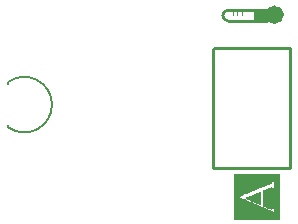
<source format=gto>
%FSLAX23Y23*%
%MOIN*%
G70*
G01*
G75*
%ADD10R,0.118X0.059*%
%ADD11R,0.118X0.039*%
%ADD12R,0.031X0.035*%
%ADD13C,0.010*%
%ADD14O,0.079X0.039*%
%ADD15O,0.079X0.039*%
%ADD16C,0.236*%
%ADD17C,0.039*%
%ADD18C,0.031*%
%ADD19C,0.008*%
%ADD20C,0.000*%
%ADD21C,0.004*%
%ADD22R,0.050X0.045*%
D13*
X1065Y730D02*
G03*
X1065Y695I0J-18D01*
G01*
Y695D02*
X1150D01*
X1065Y730D02*
X1150D01*
X1015Y205D02*
X1270D01*
X1015D02*
Y600D01*
X1020Y605D01*
X1270D01*
Y205D02*
Y605D01*
D18*
X1236Y715D02*
G03*
X1236Y715I-16J0D01*
G01*
D19*
X332Y339D02*
G03*
X332Y491I53J76D01*
G01*
X332Y339D02*
Y346D01*
X332Y484D02*
Y491D01*
D20*
X1235Y35D02*
Y185D01*
X1235Y35D02*
Y185D01*
X1235Y35D02*
Y185D01*
X1235Y35D02*
Y185D01*
X1234Y35D02*
Y185D01*
X1234Y35D02*
Y185D01*
X1234Y35D02*
Y185D01*
X1233Y35D02*
Y185D01*
X1233Y35D02*
Y185D01*
X1233Y35D02*
Y185D01*
X1232Y35D02*
Y185D01*
X1232Y35D02*
Y185D01*
X1232Y35D02*
Y185D01*
X1232Y35D02*
Y185D01*
X1231Y35D02*
Y185D01*
X1231Y35D02*
Y185D01*
X1231Y35D02*
Y185D01*
X1230Y35D02*
Y185D01*
X1230Y35D02*
Y185D01*
X1230Y35D02*
Y185D01*
X1229Y35D02*
Y185D01*
X1229Y35D02*
Y185D01*
X1229Y35D02*
Y185D01*
X1229Y35D02*
Y185D01*
X1228Y35D02*
Y185D01*
X1228Y35D02*
Y185D01*
X1228Y35D02*
Y185D01*
X1227Y35D02*
Y185D01*
X1227Y35D02*
Y185D01*
X1227Y35D02*
Y185D01*
X1226Y35D02*
Y185D01*
X1226Y35D02*
Y185D01*
X1226Y35D02*
Y185D01*
X1225Y35D02*
Y185D01*
X1225Y35D02*
Y185D01*
X1225Y35D02*
Y185D01*
X1225Y35D02*
Y185D01*
X1224Y35D02*
Y185D01*
X1224Y35D02*
Y185D01*
X1224Y35D02*
Y185D01*
X1223Y35D02*
Y185D01*
X1223Y35D02*
Y185D01*
X1223Y35D02*
Y185D01*
X1222Y35D02*
Y185D01*
X1222Y35D02*
Y185D01*
X1222Y35D02*
Y185D01*
X1222Y35D02*
Y185D01*
X1221Y35D02*
Y185D01*
X1221Y35D02*
Y185D01*
X1221Y35D02*
Y185D01*
X1220Y35D02*
Y185D01*
X1220Y35D02*
Y185D01*
X1220Y35D02*
Y185D01*
X1219Y35D02*
Y185D01*
X1219Y35D02*
Y185D01*
X1219Y35D02*
Y185D01*
X1219Y172D02*
Y185D01*
Y83D02*
Y171D01*
Y48D02*
Y81D01*
Y35D02*
Y46D01*
X1218Y172D02*
Y185D01*
Y83D02*
Y171D01*
Y48D02*
Y81D01*
Y35D02*
Y46D01*
X1218Y171D02*
Y185D01*
Y83D02*
Y125D01*
Y35D02*
Y46D01*
X1218Y171D02*
Y185D01*
Y83D02*
Y125D01*
Y35D02*
Y46D01*
X1217Y173D02*
Y185D01*
Y83D02*
Y125D01*
Y35D02*
Y46D01*
X1217Y173D02*
Y185D01*
Y83D02*
Y125D01*
Y35D02*
Y46D01*
X1217Y172D02*
Y185D01*
Y170D02*
Y171D01*
Y82D02*
Y125D01*
Y35D02*
Y47D01*
X1217Y172D02*
Y185D01*
Y170D02*
Y171D01*
Y82D02*
Y125D01*
Y35D02*
Y47D01*
X1216Y171D02*
Y185D01*
Y170D02*
Y171D01*
Y83D02*
Y125D01*
Y35D02*
Y46D01*
X1216Y169D02*
Y185D01*
Y78D02*
Y131D01*
Y35D02*
Y49D01*
X1216Y169D02*
Y185D01*
Y78D02*
Y131D01*
Y35D02*
Y49D01*
X1215Y165D02*
Y185D01*
Y75D02*
Y132D01*
Y35D02*
Y51D01*
X1215Y165D02*
Y185D01*
Y75D02*
Y132D01*
Y35D02*
Y51D01*
X1215Y164D02*
Y185D01*
Y73D02*
Y134D01*
Y35D02*
Y52D01*
X1214Y164D02*
Y185D01*
Y73D02*
Y134D01*
Y35D02*
Y52D01*
X1214Y164D02*
Y185D01*
Y72D02*
Y134D01*
Y35D02*
Y54D01*
X1214Y164D02*
Y185D01*
Y72D02*
Y134D01*
Y35D02*
Y54D01*
X1214Y162D02*
Y185D01*
Y72D02*
Y135D01*
Y35D02*
Y54D01*
X1213Y162D02*
Y185D01*
Y72D02*
Y135D01*
Y35D02*
Y54D01*
X1213Y162D02*
Y185D01*
Y71D02*
Y137D01*
Y35D02*
Y56D01*
X1213Y162D02*
Y185D01*
Y71D02*
Y137D01*
Y35D02*
Y56D01*
X1212Y161D02*
Y185D01*
Y70D02*
Y136D01*
Y35D02*
Y56D01*
X1212Y161D02*
Y185D01*
Y70D02*
Y136D01*
Y35D02*
Y56D01*
X1212Y160D02*
Y185D01*
Y70D02*
Y137D01*
Y35D02*
Y56D01*
X1211Y160D02*
Y185D01*
Y70D02*
Y138D01*
Y35D02*
Y58D01*
X1211Y160D02*
Y185D01*
Y70D02*
Y138D01*
Y35D02*
Y58D01*
X1211Y159D02*
Y185D01*
Y69D02*
Y137D01*
Y35D02*
Y58D01*
X1211Y159D02*
Y185D01*
Y69D02*
Y137D01*
Y35D02*
Y58D01*
X1210Y159D02*
Y185D01*
Y69D02*
Y137D01*
Y35D02*
Y59D01*
X1210Y159D02*
Y185D01*
Y69D02*
Y137D01*
Y35D02*
Y59D01*
X1210Y159D02*
Y185D01*
Y70D02*
Y137D01*
Y35D02*
Y58D01*
X1209Y159D02*
Y185D01*
Y70D02*
Y137D01*
Y35D02*
Y58D01*
X1209Y159D02*
Y185D01*
Y69D02*
Y137D01*
Y35D02*
Y59D01*
X1209Y159D02*
Y185D01*
Y69D02*
Y137D01*
Y35D02*
Y59D01*
X1208Y157D02*
Y185D01*
Y68D02*
Y137D01*
Y35D02*
Y59D01*
X1208Y157D02*
Y185D01*
Y68D02*
Y137D01*
Y35D02*
Y59D01*
X1208Y158D02*
Y185D01*
Y69D02*
Y138D01*
Y35D02*
Y59D01*
X1207Y158D02*
Y185D01*
Y69D02*
Y138D01*
Y35D02*
Y59D01*
X1207Y157D02*
Y185D01*
Y70D02*
Y137D01*
Y35D02*
Y60D01*
X1207Y156D02*
Y185D01*
Y69D02*
Y139D01*
Y35D02*
Y60D01*
X1207Y156D02*
Y185D01*
Y69D02*
Y139D01*
Y35D02*
Y60D01*
X1206Y155D02*
Y185D01*
Y70D02*
Y137D01*
Y35D02*
Y61D01*
X1206Y155D02*
Y185D01*
Y70D02*
Y137D01*
Y35D02*
Y61D01*
X1206Y156D02*
Y185D01*
Y69D02*
Y138D01*
Y35D02*
Y60D01*
X1205Y156D02*
Y185D01*
Y69D02*
Y138D01*
Y35D02*
Y60D01*
X1205Y155D02*
Y185D01*
Y69D02*
Y137D01*
Y35D02*
Y61D01*
X1205Y155D02*
Y185D01*
Y69D02*
Y137D01*
Y35D02*
Y61D01*
X1204Y156D02*
Y185D01*
Y70D02*
Y137D01*
Y35D02*
Y62D01*
X1204Y156D02*
Y185D01*
Y70D02*
Y137D01*
Y35D02*
Y62D01*
X1204Y156D02*
Y185D01*
Y70D02*
Y137D01*
Y35D02*
Y61D01*
X1204Y156D02*
Y185D01*
Y70D02*
Y137D01*
Y35D02*
Y61D01*
X1203Y155D02*
Y185D01*
Y70D02*
Y137D01*
Y35D02*
Y63D01*
X1203Y155D02*
Y185D01*
Y70D02*
Y137D01*
Y35D02*
Y63D01*
X1203Y155D02*
Y185D01*
Y69D02*
Y136D01*
Y35D02*
Y63D01*
X1202Y155D02*
Y185D01*
Y70D02*
Y137D01*
Y35D02*
Y62D01*
X1202Y155D02*
Y185D01*
Y70D02*
Y137D01*
Y35D02*
Y62D01*
X1202Y154D02*
Y185D01*
Y70D02*
Y136D01*
Y35D02*
Y63D01*
X1202Y154D02*
Y185D01*
Y70D02*
Y136D01*
Y35D02*
Y63D01*
X1201Y152D02*
Y185D01*
Y72D02*
Y135D01*
Y35D02*
Y63D01*
X1201Y152D02*
Y185D01*
Y72D02*
Y135D01*
Y35D02*
Y63D01*
X1201Y154D02*
Y185D01*
Y71D02*
Y137D01*
Y35D02*
Y63D01*
X1200Y154D02*
Y185D01*
Y71D02*
Y137D01*
Y35D02*
Y63D01*
X1200Y154D02*
Y185D01*
Y71D02*
Y136D01*
Y35D02*
Y64D01*
X1200Y154D02*
Y185D01*
Y71D02*
Y136D01*
Y35D02*
Y64D01*
X1199Y154D02*
Y185D01*
Y72D02*
Y135D01*
Y35D02*
Y64D01*
X1199Y154D02*
Y185D01*
Y72D02*
Y135D01*
Y35D02*
Y64D01*
X1199Y153D02*
Y185D01*
Y72D02*
Y136D01*
Y35D02*
Y65D01*
X1199Y153D02*
Y185D01*
Y72D02*
Y134D01*
Y35D02*
Y64D01*
X1198Y153D02*
Y185D01*
Y72D02*
Y134D01*
Y35D02*
Y64D01*
X1198Y152D02*
Y185D01*
Y72D02*
Y134D01*
Y35D02*
Y65D01*
X1198Y152D02*
Y185D01*
Y72D02*
Y134D01*
Y35D02*
Y65D01*
X1197Y152D02*
Y185D01*
Y72D02*
Y134D01*
Y35D02*
Y64D01*
X1197Y152D02*
Y185D01*
Y72D02*
Y134D01*
Y35D02*
Y64D01*
X1197Y151D02*
Y185D01*
Y72D02*
Y134D01*
Y35D02*
Y64D01*
X1196Y151D02*
Y185D01*
Y72D02*
Y134D01*
Y35D02*
Y64D01*
X1196Y152D02*
Y185D01*
Y73D02*
Y134D01*
Y35D02*
Y65D01*
X1196Y152D02*
Y185D01*
Y73D02*
Y134D01*
Y35D02*
Y65D01*
X1196Y152D02*
Y185D01*
Y72D02*
Y134D01*
Y35D02*
Y65D01*
X1195Y152D02*
Y185D01*
Y72D02*
Y134D01*
Y35D02*
Y65D01*
X1195Y151D02*
Y185D01*
Y74D02*
Y134D01*
Y35D02*
Y67D01*
X1195Y151D02*
Y185D01*
Y74D02*
Y134D01*
Y35D02*
Y67D01*
X1194Y151D02*
Y185D01*
Y73D02*
Y133D01*
Y35D02*
Y65D01*
X1194Y150D02*
Y185D01*
Y74D02*
Y133D01*
Y35D02*
Y66D01*
X1194Y150D02*
Y185D01*
Y74D02*
Y133D01*
Y35D02*
Y66D01*
X1193Y151D02*
Y185D01*
Y73D02*
Y134D01*
Y35D02*
Y67D01*
X1193Y151D02*
Y185D01*
Y73D02*
Y134D01*
Y35D02*
Y67D01*
X1193Y150D02*
Y185D01*
Y74D02*
Y132D01*
Y35D02*
Y68D01*
X1192Y150D02*
Y185D01*
Y74D02*
Y132D01*
Y35D02*
Y68D01*
X1192Y150D02*
Y185D01*
Y74D02*
Y133D01*
Y35D02*
Y67D01*
X1192Y150D02*
Y185D01*
Y74D02*
Y133D01*
Y35D02*
Y67D01*
X1192Y148D02*
Y185D01*
Y75D02*
Y132D01*
Y35D02*
Y67D01*
X1191Y148D02*
Y185D01*
Y75D02*
Y132D01*
Y35D02*
Y67D01*
X1191Y150D02*
Y185D01*
Y75D02*
Y132D01*
Y35D02*
Y67D01*
X1191Y150D02*
Y185D01*
Y75D02*
Y132D01*
Y35D02*
Y67D01*
X1190Y148D02*
Y185D01*
Y75D02*
Y132D01*
Y35D02*
Y68D01*
X1190Y148D02*
Y185D01*
Y75D02*
Y132D01*
Y35D02*
Y68D01*
X1190Y149D02*
Y185D01*
Y76D02*
Y132D01*
Y35D02*
Y68D01*
X1189Y149D02*
Y185D01*
Y76D02*
Y132D01*
Y35D02*
Y70D01*
X1189Y149D02*
Y185D01*
Y76D02*
Y132D01*
Y35D02*
Y70D01*
X1189Y148D02*
Y185D01*
Y77D02*
Y131D01*
Y35D02*
Y68D01*
X1189Y148D02*
Y185D01*
Y77D02*
Y131D01*
Y35D02*
Y68D01*
X1188Y147D02*
Y185D01*
Y76D02*
Y130D01*
Y35D02*
Y68D01*
X1188Y147D02*
Y185D01*
Y76D02*
Y130D01*
Y35D02*
Y68D01*
X1188Y148D02*
Y185D01*
Y77D02*
Y130D01*
Y35D02*
Y68D01*
X1187Y148D02*
Y185D01*
Y77D02*
Y130D01*
Y35D02*
Y68D01*
X1187Y148D02*
Y185D01*
Y76D02*
Y130D01*
Y35D02*
Y69D01*
X1187Y148D02*
Y185D01*
Y76D02*
Y130D01*
Y35D02*
Y69D01*
X1186Y148D02*
Y185D01*
Y77D02*
Y130D01*
Y35D02*
Y69D01*
X1186Y148D02*
Y185D01*
Y77D02*
Y130D01*
Y35D02*
Y69D01*
X1186Y147D02*
Y185D01*
Y77D02*
Y130D01*
Y35D02*
Y72D01*
X1186Y147D02*
Y185D01*
Y77D02*
Y130D01*
Y35D02*
Y72D01*
X1185Y147D02*
Y185D01*
Y78D02*
Y130D01*
Y35D02*
Y69D01*
X1185Y145D02*
Y185D01*
Y78D02*
Y129D01*
Y35D02*
Y69D01*
X1185Y145D02*
Y185D01*
Y78D02*
Y129D01*
Y35D02*
Y69D01*
X1184Y147D02*
Y185D01*
Y78D02*
Y130D01*
Y35D02*
Y70D01*
X1184Y147D02*
Y185D01*
Y78D02*
Y130D01*
Y35D02*
Y70D01*
X1184Y147D02*
Y185D01*
Y79D02*
Y129D01*
Y35D02*
Y71D01*
X1184Y147D02*
Y185D01*
Y79D02*
Y129D01*
Y35D02*
Y71D01*
X1183Y147D02*
Y185D01*
Y78D02*
Y128D01*
Y35D02*
Y70D01*
X1183Y147D02*
Y185D01*
Y78D02*
Y128D01*
Y35D02*
Y70D01*
X1183Y146D02*
Y185D01*
Y79D02*
Y128D01*
Y35D02*
Y71D01*
X1182Y146D02*
Y185D01*
Y79D02*
Y128D01*
Y35D02*
Y71D01*
X1182Y146D02*
Y185D01*
Y128D02*
Y130D01*
Y78D02*
Y128D01*
Y35D02*
Y71D01*
X1182Y146D02*
Y185D01*
Y128D02*
Y130D01*
Y78D02*
Y128D01*
Y35D02*
Y71D01*
X1181Y143D02*
Y185D01*
Y79D02*
Y128D01*
Y35D02*
Y71D01*
X1181Y146D02*
Y185D01*
Y80D02*
Y129D01*
Y35D02*
Y72D01*
X1181Y146D02*
Y185D01*
Y80D02*
Y129D01*
Y35D02*
Y72D01*
X1181Y146D02*
Y185D01*
Y79D02*
Y128D01*
Y35D02*
Y72D01*
X1180Y146D02*
Y185D01*
Y79D02*
Y128D01*
Y35D02*
Y72D01*
X1180Y145D02*
Y185D01*
Y80D02*
Y128D01*
Y35D02*
Y74D01*
X1180Y145D02*
Y185D01*
Y80D02*
Y128D01*
Y35D02*
Y74D01*
X1179Y145D02*
Y185D01*
Y35D02*
Y72D01*
X1179Y145D02*
Y185D01*
Y35D02*
Y72D01*
X1179Y145D02*
Y185D01*
Y35D02*
Y74D01*
X1178Y145D02*
Y185D01*
Y35D02*
Y74D01*
X1178Y144D02*
Y185D01*
Y35D02*
Y72D01*
X1178Y144D02*
Y185D01*
Y35D02*
Y72D01*
X1178Y144D02*
Y185D01*
Y35D02*
Y74D01*
X1177Y144D02*
Y185D01*
Y35D02*
Y74D01*
X1177Y143D02*
Y185D01*
Y35D02*
Y74D01*
X1177Y144D02*
Y185D01*
Y35D02*
Y73D01*
X1176Y144D02*
Y185D01*
Y35D02*
Y73D01*
X1176Y143D02*
Y185D01*
Y35D02*
Y75D01*
X1176Y143D02*
Y185D01*
Y35D02*
Y75D01*
X1175Y143D02*
Y185D01*
Y35D02*
Y74D01*
X1175Y143D02*
Y185D01*
Y35D02*
Y74D01*
X1175Y142D02*
Y185D01*
Y35D02*
Y75D01*
X1174Y142D02*
Y185D01*
Y35D02*
Y75D01*
X1174Y143D02*
Y185D01*
Y35D02*
Y74D01*
X1174Y143D02*
Y185D01*
Y35D02*
Y74D01*
X1174Y143D02*
Y185D01*
Y35D02*
Y75D01*
X1173Y143D02*
Y185D01*
Y35D02*
Y75D01*
X1173Y142D02*
Y185D01*
Y35D02*
Y75D01*
X1173Y142D02*
Y185D01*
Y35D02*
Y75D01*
X1172Y142D02*
Y185D01*
Y35D02*
Y76D01*
X1172Y142D02*
Y185D01*
Y35D02*
Y75D01*
X1172Y142D02*
Y185D01*
Y35D02*
Y75D01*
X1171Y142D02*
Y185D01*
Y35D02*
Y75D01*
X1171Y142D02*
Y185D01*
Y35D02*
Y75D01*
X1171Y141D02*
Y185D01*
Y84D02*
Y124D01*
Y35D02*
Y76D01*
X1171Y141D02*
Y185D01*
Y84D02*
Y124D01*
Y35D02*
Y76D01*
X1170Y141D02*
Y185D01*
Y84D02*
Y123D01*
Y35D02*
Y77D01*
X1170Y141D02*
Y185D01*
Y84D02*
Y123D01*
Y35D02*
Y77D01*
X1170Y141D02*
Y185D01*
Y84D02*
Y123D01*
Y35D02*
Y76D01*
X1169Y141D02*
Y185D01*
Y84D02*
Y123D01*
Y35D02*
Y76D01*
X1169Y141D02*
Y185D01*
Y84D02*
Y123D01*
Y35D02*
Y77D01*
X1169Y141D02*
Y185D01*
Y84D02*
Y123D01*
Y35D02*
Y77D01*
X1168Y141D02*
Y185D01*
Y85D02*
Y123D01*
Y35D02*
Y77D01*
X1168Y141D02*
Y185D01*
Y85D02*
Y123D01*
Y35D02*
Y77D01*
X1168Y140D02*
Y185D01*
Y85D02*
Y123D01*
Y35D02*
Y77D01*
X1168Y139D02*
Y185D01*
Y86D02*
Y122D01*
Y35D02*
Y78D01*
X1167Y139D02*
Y185D01*
Y86D02*
Y122D01*
Y35D02*
Y78D01*
X1167Y139D02*
Y185D01*
Y85D02*
Y121D01*
Y35D02*
Y78D01*
X1167Y139D02*
Y185D01*
Y85D02*
Y121D01*
Y35D02*
Y78D01*
X1166Y139D02*
Y185D01*
Y86D02*
Y122D01*
Y35D02*
Y78D01*
X1166Y139D02*
Y185D01*
Y86D02*
Y122D01*
Y35D02*
Y78D01*
X1166Y139D02*
Y185D01*
Y85D02*
Y121D01*
Y35D02*
Y78D01*
X1166Y139D02*
Y185D01*
Y85D02*
Y121D01*
Y35D02*
Y78D01*
X1165Y138D02*
Y185D01*
Y86D02*
Y121D01*
Y35D02*
Y78D01*
X1165Y138D02*
Y185D01*
Y86D02*
Y121D01*
Y35D02*
Y78D01*
X1165Y139D02*
Y185D01*
Y87D02*
Y122D01*
Y35D02*
Y80D01*
X1164Y139D02*
Y185D01*
Y87D02*
Y122D01*
Y35D02*
Y80D01*
X1164Y139D02*
Y185D01*
Y87D02*
Y121D01*
Y35D02*
Y79D01*
X1164Y138D02*
Y185D01*
Y86D02*
Y120D01*
Y35D02*
Y80D01*
X1163Y138D02*
Y185D01*
Y86D02*
Y120D01*
Y35D02*
Y80D01*
X1163Y139D02*
Y185D01*
Y87D02*
Y121D01*
Y35D02*
Y79D01*
X1163Y139D02*
Y185D01*
Y87D02*
Y121D01*
Y35D02*
Y79D01*
X1163Y138D02*
Y185D01*
Y88D02*
Y120D01*
Y35D02*
Y81D01*
X1162Y138D02*
Y185D01*
Y88D02*
Y120D01*
Y35D02*
Y81D01*
X1162Y138D02*
Y185D01*
Y87D02*
Y120D01*
Y35D02*
Y79D01*
X1162Y138D02*
Y185D01*
Y87D02*
Y120D01*
Y35D02*
Y79D01*
X1161Y137D02*
Y185D01*
Y87D02*
Y119D01*
Y35D02*
Y80D01*
X1161Y137D02*
Y185D01*
Y87D02*
Y119D01*
Y35D02*
Y80D01*
X1161Y137D02*
Y185D01*
Y88D02*
Y119D01*
Y35D02*
Y81D01*
X1160Y137D02*
Y185D01*
Y88D02*
Y119D01*
Y35D02*
Y81D01*
X1160Y137D02*
Y185D01*
Y87D02*
Y119D01*
Y35D02*
Y82D01*
X1160Y137D02*
Y185D01*
Y87D02*
Y119D01*
Y35D02*
Y82D01*
X1160Y136D02*
Y185D01*
Y89D02*
Y119D01*
Y35D02*
Y81D01*
X1159Y137D02*
Y185D01*
Y87D02*
Y119D01*
Y35D02*
Y81D01*
X1159Y137D02*
Y185D01*
Y87D02*
Y119D01*
Y35D02*
Y81D01*
X1159Y135D02*
Y185D01*
Y89D02*
Y118D01*
Y35D02*
Y82D01*
X1158Y135D02*
Y185D01*
Y89D02*
Y118D01*
Y35D02*
Y82D01*
X1158Y135D02*
Y185D01*
Y90D02*
Y118D01*
Y35D02*
Y81D01*
X1158Y135D02*
Y185D01*
Y90D02*
Y118D01*
Y35D02*
Y81D01*
X1157Y136D02*
Y185D01*
Y90D02*
Y117D01*
Y35D02*
Y82D01*
X1157Y136D02*
Y185D01*
Y90D02*
Y117D01*
Y35D02*
Y82D01*
X1157Y135D02*
Y185D01*
Y90D02*
Y117D01*
Y35D02*
Y83D01*
X1156Y135D02*
Y185D01*
Y90D02*
Y117D01*
Y35D02*
Y83D01*
X1156Y135D02*
Y185D01*
Y90D02*
Y117D01*
Y35D02*
Y82D01*
X1156Y135D02*
Y185D01*
Y90D02*
Y117D01*
Y35D02*
Y82D01*
X1156Y135D02*
Y185D01*
Y90D02*
Y117D01*
Y35D02*
Y83D01*
X1155Y135D02*
Y185D01*
Y90D02*
Y117D01*
Y35D02*
Y83D01*
X1155Y134D02*
Y185D01*
Y91D02*
Y117D01*
Y35D02*
Y82D01*
X1155Y134D02*
Y185D01*
Y90D02*
Y117D01*
Y35D02*
Y83D01*
X1154Y134D02*
Y185D01*
Y90D02*
Y117D01*
Y35D02*
Y83D01*
X1154Y134D02*
Y185D01*
Y91D02*
Y117D01*
Y35D02*
Y83D01*
X1154Y134D02*
Y185D01*
Y91D02*
Y117D01*
Y35D02*
Y83D01*
X1153Y134D02*
Y185D01*
Y91D02*
Y116D01*
Y35D02*
Y83D01*
X1153Y134D02*
Y185D01*
Y91D02*
Y116D01*
Y35D02*
Y83D01*
X1153Y133D02*
Y185D01*
Y90D02*
Y117D01*
Y35D02*
Y84D01*
X1153Y133D02*
Y185D01*
Y90D02*
Y117D01*
Y35D02*
Y84D01*
X1152Y134D02*
Y185D01*
Y92D02*
Y116D01*
Y35D02*
Y84D01*
X1152Y134D02*
Y185D01*
Y92D02*
Y116D01*
Y35D02*
Y84D01*
X1152Y133D02*
Y185D01*
Y92D02*
Y117D01*
Y35D02*
Y85D01*
X1151Y133D02*
Y185D01*
Y92D02*
Y117D01*
Y35D02*
Y85D01*
X1151Y132D02*
Y185D01*
Y93D02*
Y115D01*
Y35D02*
Y84D01*
X1151Y133D02*
Y185D01*
Y93D02*
Y115D01*
Y35D02*
Y85D01*
X1151Y133D02*
Y185D01*
Y93D02*
Y115D01*
Y35D02*
Y85D01*
X1150Y132D02*
Y185D01*
Y93D02*
Y115D01*
Y35D02*
Y84D01*
X1150Y132D02*
Y185D01*
Y93D02*
Y115D01*
Y35D02*
Y84D01*
X1150Y133D02*
Y185D01*
Y94D02*
Y114D01*
Y35D02*
Y85D01*
X1149Y133D02*
Y185D01*
Y94D02*
Y114D01*
Y35D02*
Y85D01*
X1149Y132D02*
Y185D01*
Y93D02*
Y115D01*
Y35D02*
Y86D01*
X1149Y132D02*
Y185D01*
Y93D02*
Y115D01*
Y35D02*
Y86D01*
X1148Y130D02*
Y185D01*
Y94D02*
Y115D01*
Y35D02*
Y86D01*
X1148Y130D02*
Y185D01*
Y94D02*
Y115D01*
Y35D02*
Y86D01*
X1148Y132D02*
Y185D01*
Y94D02*
Y114D01*
Y35D02*
Y86D01*
X1148Y132D02*
Y185D01*
Y94D02*
Y114D01*
Y35D02*
Y86D01*
X1147Y132D02*
Y185D01*
Y95D02*
Y114D01*
Y35D02*
Y86D01*
X1147Y132D02*
Y185D01*
Y95D02*
Y114D01*
Y35D02*
Y86D01*
X1147Y131D02*
Y185D01*
Y94D02*
Y113D01*
Y35D02*
Y87D01*
X1146Y130D02*
Y185D01*
Y94D02*
Y113D01*
Y35D02*
Y86D01*
X1146Y130D02*
Y185D01*
Y94D02*
Y113D01*
Y35D02*
Y86D01*
X1146Y131D02*
Y185D01*
Y95D02*
Y113D01*
Y35D02*
Y87D01*
X1145Y131D02*
Y185D01*
Y95D02*
Y113D01*
Y35D02*
Y87D01*
X1145Y130D02*
Y185D01*
Y95D02*
Y112D01*
Y35D02*
Y87D01*
X1145Y130D02*
Y185D01*
Y95D02*
Y112D01*
Y35D02*
Y87D01*
X1145Y129D02*
Y185D01*
Y95D02*
Y113D01*
Y35D02*
Y87D01*
X1144Y129D02*
Y185D01*
Y95D02*
Y113D01*
Y35D02*
Y87D01*
X1144Y130D02*
Y185D01*
Y95D02*
Y112D01*
Y35D02*
Y89D01*
X1144Y130D02*
Y185D01*
Y95D02*
Y112D01*
Y35D02*
Y89D01*
X1143Y130D02*
Y185D01*
Y96D02*
Y112D01*
Y35D02*
Y87D01*
X1143Y130D02*
Y185D01*
Y96D02*
Y112D01*
Y35D02*
Y87D01*
X1143Y130D02*
Y185D01*
Y95D02*
Y112D01*
Y35D02*
Y88D01*
X1142Y130D02*
Y185D01*
Y95D02*
Y112D01*
Y35D02*
Y88D01*
X1142Y130D02*
Y185D01*
Y96D02*
Y112D01*
Y35D02*
Y88D01*
X1142Y130D02*
Y185D01*
Y96D02*
Y112D01*
Y35D02*
Y90D01*
X1141Y130D02*
Y185D01*
Y96D02*
Y112D01*
Y35D02*
Y90D01*
X1141Y129D02*
Y185D01*
Y97D02*
Y112D01*
Y35D02*
Y88D01*
X1141Y129D02*
Y185D01*
Y97D02*
Y112D01*
Y35D02*
Y88D01*
X1141Y128D02*
Y185D01*
Y96D02*
Y111D01*
Y35D02*
Y90D01*
X1140Y128D02*
Y185D01*
Y96D02*
Y111D01*
Y35D02*
Y90D01*
X1140Y128D02*
Y185D01*
Y97D02*
Y110D01*
Y35D02*
Y90D01*
X1140Y128D02*
Y185D01*
Y97D02*
Y110D01*
Y35D02*
Y90D01*
X1139Y128D02*
Y185D01*
Y97D02*
Y110D01*
Y35D02*
Y90D01*
X1139Y128D02*
Y185D01*
Y97D02*
Y110D01*
Y35D02*
Y90D01*
X1139Y128D02*
Y185D01*
Y98D02*
Y111D01*
Y35D02*
Y90D01*
X1138Y128D02*
Y185D01*
Y98D02*
Y111D01*
Y35D02*
Y90D01*
X1138Y128D02*
Y185D01*
Y98D02*
Y110D01*
Y35D02*
Y90D01*
X1138Y128D02*
Y185D01*
Y98D02*
Y110D01*
Y35D02*
Y90D01*
X1138Y126D02*
Y185D01*
Y99D02*
Y110D01*
Y35D02*
Y90D01*
X1137Y127D02*
Y185D01*
Y98D02*
Y109D01*
Y35D02*
Y90D01*
X1137Y127D02*
Y185D01*
Y98D02*
Y109D01*
Y35D02*
Y90D01*
X1137Y126D02*
Y185D01*
Y99D02*
Y110D01*
Y35D02*
Y90D01*
X1136Y126D02*
Y185D01*
Y99D02*
Y110D01*
Y35D02*
Y90D01*
X1136Y126D02*
Y185D01*
Y99D02*
Y109D01*
Y35D02*
Y91D01*
X1136Y126D02*
Y185D01*
Y99D02*
Y109D01*
Y35D02*
Y91D01*
X1135Y126D02*
Y185D01*
Y99D02*
Y109D01*
Y35D02*
Y91D01*
X1135Y126D02*
Y185D01*
Y99D02*
Y109D01*
Y35D02*
Y91D01*
X1135Y126D02*
Y185D01*
Y99D02*
Y108D01*
Y35D02*
Y92D01*
X1135Y126D02*
Y185D01*
Y99D02*
Y108D01*
Y35D02*
Y92D01*
X1134Y125D02*
Y185D01*
Y100D02*
Y108D01*
Y35D02*
Y91D01*
X1134Y125D02*
Y185D01*
Y100D02*
Y108D01*
Y35D02*
Y91D01*
X1134Y126D02*
Y185D01*
Y100D02*
Y108D01*
Y35D02*
Y92D01*
X1133Y126D02*
Y185D01*
Y100D02*
Y108D01*
Y35D02*
Y92D01*
X1133Y126D02*
Y185D01*
Y100D02*
Y108D01*
Y35D02*
Y92D01*
X1133Y125D02*
Y185D01*
Y100D02*
Y108D01*
Y35D02*
Y92D01*
X1133Y125D02*
Y185D01*
Y100D02*
Y108D01*
Y35D02*
Y92D01*
X1132Y125D02*
Y185D01*
Y101D02*
Y108D01*
Y35D02*
Y94D01*
X1132Y125D02*
Y185D01*
Y101D02*
Y108D01*
Y35D02*
Y94D01*
X1132Y125D02*
Y185D01*
Y100D02*
Y108D01*
Y35D02*
Y93D01*
X1131Y125D02*
Y185D01*
Y100D02*
Y108D01*
Y35D02*
Y93D01*
X1131Y125D02*
Y185D01*
Y101D02*
Y107D01*
Y35D02*
Y95D01*
X1131Y125D02*
Y185D01*
Y101D02*
Y107D01*
Y35D02*
Y95D01*
X1130Y124D02*
Y185D01*
Y100D02*
Y106D01*
Y35D02*
Y95D01*
X1130Y124D02*
Y185D01*
Y100D02*
Y106D01*
Y35D02*
Y95D01*
X1130Y124D02*
Y185D01*
Y100D02*
Y107D01*
Y35D02*
Y94D01*
X1130Y124D02*
Y185D01*
Y100D02*
Y107D01*
Y35D02*
Y94D01*
X1129Y124D02*
Y185D01*
Y102D02*
Y106D01*
Y35D02*
Y95D01*
X1129Y124D02*
Y185D01*
Y101D02*
Y106D01*
Y35D02*
Y94D01*
X1129Y124D02*
Y185D01*
Y101D02*
Y106D01*
Y35D02*
Y94D01*
X1128Y121D02*
Y185D01*
Y102D02*
Y107D01*
Y35D02*
Y95D01*
X1128Y121D02*
Y185D01*
Y102D02*
Y107D01*
Y35D02*
Y95D01*
X1128Y124D02*
Y185D01*
Y101D02*
Y105D01*
Y35D02*
Y95D01*
X1127Y124D02*
Y185D01*
Y101D02*
Y105D01*
Y35D02*
Y95D01*
X1127Y123D02*
Y185D01*
Y102D02*
Y106D01*
Y35D02*
Y95D01*
X1127Y123D02*
Y185D01*
Y102D02*
Y106D01*
Y35D02*
Y95D01*
X1127Y123D02*
Y185D01*
Y103D02*
Y105D01*
Y35D02*
Y95D01*
X1126Y123D02*
Y185D01*
Y103D02*
Y105D01*
Y35D02*
Y95D01*
X1126Y123D02*
Y185D01*
Y103D02*
Y106D01*
Y35D02*
Y95D01*
X1126Y123D02*
Y185D01*
Y103D02*
Y106D01*
Y35D02*
Y95D01*
X1125Y122D02*
Y185D01*
Y103D02*
Y106D01*
Y35D02*
Y95D01*
X1125Y122D02*
Y185D01*
Y103D02*
Y106D01*
Y35D02*
Y95D01*
X1125Y123D02*
Y185D01*
Y35D02*
Y96D01*
X1124Y121D02*
Y185D01*
Y35D02*
Y96D01*
X1124Y121D02*
Y185D01*
Y35D02*
Y96D01*
X1124Y122D02*
Y185D01*
Y35D02*
Y96D01*
X1123Y122D02*
Y185D01*
Y35D02*
Y96D01*
X1123Y121D02*
Y185D01*
Y35D02*
Y96D01*
X1123Y121D02*
Y185D01*
Y35D02*
Y96D01*
X1123Y121D02*
Y185D01*
Y35D02*
Y97D01*
X1122Y121D02*
Y185D01*
Y35D02*
Y97D01*
X1122Y120D02*
Y185D01*
Y35D02*
Y97D01*
X1122Y120D02*
Y185D01*
Y35D02*
Y97D01*
X1121Y120D02*
Y185D01*
Y35D02*
Y97D01*
X1121Y120D02*
Y185D01*
Y35D02*
Y97D01*
X1121Y121D02*
Y185D01*
Y35D02*
Y99D01*
X1120Y121D02*
Y185D01*
Y35D02*
Y99D01*
X1120Y120D02*
Y185D01*
Y35D02*
Y98D01*
X1120Y120D02*
Y185D01*
Y35D02*
Y99D01*
X1120Y120D02*
Y185D01*
Y35D02*
Y99D01*
X1119Y119D02*
Y185D01*
Y35D02*
Y98D01*
X1119Y119D02*
Y185D01*
Y35D02*
Y98D01*
X1119Y119D02*
Y185D01*
Y35D02*
Y99D01*
X1118Y119D02*
Y185D01*
Y35D02*
Y99D01*
X1118Y120D02*
Y185D01*
Y35D02*
Y99D01*
X1118Y120D02*
Y185D01*
Y35D02*
Y99D01*
X1117Y119D02*
Y185D01*
Y35D02*
Y100D01*
X1117Y119D02*
Y185D01*
Y35D02*
Y100D01*
X1117Y119D02*
Y185D01*
Y35D02*
Y100D01*
X1117Y119D02*
Y185D01*
Y35D02*
Y100D01*
X1116Y119D02*
Y185D01*
Y35D02*
Y99D01*
X1116Y119D02*
Y185D01*
Y35D02*
Y101D01*
X1116Y119D02*
Y185D01*
Y35D02*
Y101D01*
X1115Y118D02*
Y185D01*
Y35D02*
Y100D01*
X1115Y118D02*
Y185D01*
Y35D02*
Y100D01*
X1115Y118D02*
Y185D01*
Y35D02*
Y100D01*
X1115Y118D02*
Y185D01*
Y35D02*
Y100D01*
X1114Y117D02*
Y185D01*
Y35D02*
Y100D01*
X1114Y117D02*
Y185D01*
Y35D02*
Y100D01*
X1114Y117D02*
Y185D01*
Y35D02*
Y100D01*
X1113Y117D02*
Y185D01*
Y35D02*
Y100D01*
X1113Y117D02*
Y185D01*
Y35D02*
Y101D01*
X1113Y117D02*
Y185D01*
Y35D02*
Y101D01*
X1112Y116D02*
Y185D01*
Y35D02*
Y101D01*
X1112Y116D02*
Y185D01*
Y35D02*
Y101D01*
X1112Y117D02*
Y185D01*
Y35D02*
Y102D01*
X1112Y117D02*
Y185D01*
Y35D02*
Y101D01*
X1111Y117D02*
Y185D01*
Y35D02*
Y101D01*
X1111Y117D02*
Y185D01*
Y35D02*
Y102D01*
X1111Y117D02*
Y185D01*
Y35D02*
Y102D01*
X1110Y116D02*
Y185D01*
Y35D02*
Y102D01*
X1110Y116D02*
Y185D01*
Y35D02*
Y102D01*
X1110Y115D02*
Y185D01*
Y35D02*
Y102D01*
X1109Y115D02*
Y185D01*
Y35D02*
Y102D01*
X1109Y116D02*
Y185D01*
Y35D02*
Y102D01*
X1109Y116D02*
Y185D01*
Y35D02*
Y102D01*
X1109Y115D02*
Y185D01*
Y35D02*
Y103D01*
X1108Y115D02*
Y185D01*
Y35D02*
Y103D01*
X1108Y115D02*
Y185D01*
Y35D02*
Y103D01*
X1108Y115D02*
Y185D01*
Y35D02*
Y103D01*
X1107Y115D02*
Y185D01*
Y35D02*
Y103D01*
X1107Y115D02*
Y185D01*
Y35D02*
Y103D01*
X1107Y115D02*
Y185D01*
Y35D02*
Y103D01*
X1106Y115D02*
Y185D01*
Y35D02*
Y105D01*
X1106Y115D02*
Y185D01*
Y35D02*
Y105D01*
X1106Y114D02*
Y185D01*
Y35D02*
Y103D01*
X1105Y114D02*
Y185D01*
Y35D02*
Y103D01*
X1105Y113D02*
Y185D01*
Y35D02*
Y105D01*
X1105Y113D02*
Y185D01*
Y35D02*
Y105D01*
X1105Y113D02*
Y185D01*
Y35D02*
Y104D01*
X1104Y113D02*
Y185D01*
Y35D02*
Y104D01*
X1104Y114D02*
Y185D01*
Y35D02*
Y105D01*
X1104Y114D02*
Y185D01*
Y35D02*
Y105D01*
X1103Y112D02*
Y185D01*
Y35D02*
Y105D01*
X1103Y112D02*
Y185D01*
Y35D02*
Y105D01*
X1103Y113D02*
Y185D01*
Y35D02*
Y105D01*
X1102Y112D02*
Y185D01*
Y35D02*
Y106D01*
X1102Y112D02*
Y185D01*
Y35D02*
Y106D01*
X1102Y113D02*
Y185D01*
Y35D02*
Y108D01*
X1102Y113D02*
Y185D01*
Y35D02*
Y108D01*
X1101Y112D02*
Y185D01*
Y35D02*
Y106D01*
X1101Y112D02*
Y185D01*
Y35D02*
Y106D01*
X1101Y112D02*
Y185D01*
Y35D02*
Y106D01*
X1100Y112D02*
Y185D01*
Y35D02*
Y106D01*
X1100Y112D02*
Y185D01*
Y35D02*
Y107D01*
X1100Y112D02*
Y185D01*
Y35D02*
Y107D01*
X1099Y111D02*
Y185D01*
Y35D02*
Y108D01*
X1099Y111D02*
Y185D01*
Y35D02*
Y108D01*
X1099Y112D02*
Y185D01*
Y35D02*
Y107D01*
X1099Y112D02*
Y185D01*
Y35D02*
Y108D01*
X1098Y112D02*
Y185D01*
Y35D02*
Y108D01*
X1098Y112D02*
Y185D01*
Y35D02*
Y110D01*
X1098Y112D02*
Y185D01*
Y35D02*
Y110D01*
X1097Y111D02*
Y185D01*
Y35D02*
Y108D01*
X1097Y111D02*
Y185D01*
Y35D02*
Y108D01*
X1097Y35D02*
Y185D01*
X1097Y35D02*
Y185D01*
X1096Y35D02*
Y185D01*
X1096Y35D02*
Y185D01*
X1096Y35D02*
Y185D01*
X1095Y35D02*
Y185D01*
X1095Y35D02*
Y185D01*
X1095Y35D02*
Y185D01*
X1094Y35D02*
Y185D01*
X1094Y35D02*
Y185D01*
X1094Y35D02*
Y185D01*
X1094Y35D02*
Y185D01*
X1093Y35D02*
Y185D01*
X1093Y35D02*
Y185D01*
X1093Y35D02*
Y185D01*
X1092Y35D02*
Y185D01*
X1092Y35D02*
Y185D01*
X1092Y35D02*
Y185D01*
X1091Y35D02*
Y185D01*
X1091Y35D02*
Y185D01*
X1091Y35D02*
Y185D01*
X1090Y35D02*
Y185D01*
X1090Y35D02*
Y185D01*
X1090Y35D02*
Y185D01*
X1090Y35D02*
Y185D01*
X1089Y35D02*
Y185D01*
X1089Y35D02*
Y185D01*
X1089Y35D02*
Y185D01*
X1088Y35D02*
Y185D01*
X1088Y35D02*
Y185D01*
X1088Y35D02*
Y185D01*
X1087Y35D02*
Y185D01*
X1087Y35D02*
Y185D01*
X1087Y35D02*
Y185D01*
X1087Y35D02*
Y185D01*
X1086Y35D02*
Y185D01*
X1086Y35D02*
Y185D01*
X1086Y35D02*
Y185D01*
X1085Y35D02*
Y185D01*
X1085Y35D02*
Y185D01*
X1085Y35D02*
Y185D01*
X1084Y35D02*
Y185D01*
X1084Y35D02*
Y185D01*
X1084Y35D02*
Y185D01*
X1084Y35D02*
Y185D01*
D21*
X1110Y715D02*
Y730D01*
X1095Y715D02*
Y730D01*
X1080Y715D02*
Y730D01*
D22*
X1175Y712D02*
D03*
M02*

</source>
